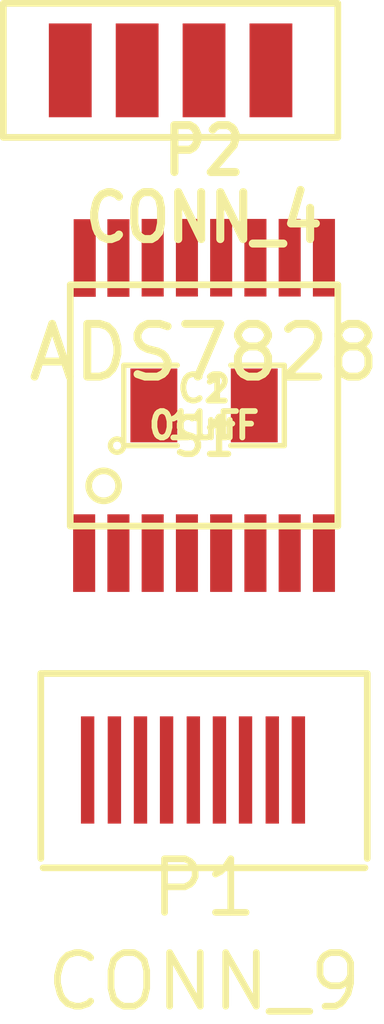
<source format=kicad_pcb>
(kicad_pcb (version 3) (host pcbnew "(2013-07-07 BZR 4022)-stable")

  (general
    (links 19)
    (no_connects 18)
    (area 0 0 0 0)
    (thickness 1.6)
    (drawings 0)
    (tracks 0)
    (zones 0)
    (modules 5)
    (nets 15)
  )

  (page A3)
  (layers
    (15 F.Cu signal)
    (0 B.Cu signal)
    (16 B.Adhes user)
    (17 F.Adhes user)
    (18 B.Paste user)
    (19 F.Paste user)
    (20 B.SilkS user)
    (21 F.SilkS user)
    (22 B.Mask user)
    (23 F.Mask user)
    (24 Dwgs.User user)
    (25 Cmts.User user)
    (26 Eco1.User user)
    (27 Eco2.User user)
    (28 Edge.Cuts user)
  )

  (setup
    (last_trace_width 0.254)
    (trace_clearance 0.254)
    (zone_clearance 0.508)
    (zone_45_only no)
    (trace_min 0.254)
    (segment_width 0.2)
    (edge_width 0.1)
    (via_size 0.889)
    (via_drill 0.635)
    (via_min_size 0.889)
    (via_min_drill 0.508)
    (uvia_size 0.508)
    (uvia_drill 0.127)
    (uvias_allowed no)
    (uvia_min_size 0.508)
    (uvia_min_drill 0.127)
    (pcb_text_width 0.3)
    (pcb_text_size 1.5 1.5)
    (mod_edge_width 0.15)
    (mod_text_size 1 1)
    (mod_text_width 0.15)
    (pad_size 1.5 1.5)
    (pad_drill 0.6)
    (pad_to_mask_clearance 0)
    (aux_axis_origin 0 0)
    (visible_elements FFFFFFBF)
    (pcbplotparams
      (layerselection 3178497)
      (usegerberextensions true)
      (excludeedgelayer true)
      (linewidth 0.150000)
      (plotframeref false)
      (viasonmask false)
      (mode 1)
      (useauxorigin false)
      (hpglpennumber 1)
      (hpglpenspeed 20)
      (hpglpendiameter 15)
      (hpglpenoverlay 2)
      (psnegative false)
      (psa4output false)
      (plotreference true)
      (plotvalue true)
      (plotothertext true)
      (plotinvisibletext false)
      (padsonsilk false)
      (subtractmaskfromsilk false)
      (outputformat 1)
      (mirror false)
      (drillshape 1)
      (scaleselection 1)
      (outputdirectory ""))
  )

  (net 0 "")
  (net 1 /SCL)
  (net 2 /SDA)
  (net 3 /com)
  (net 4 GND)
  (net 5 N-000001)
  (net 6 N-0000010)
  (net 7 N-0000014)
  (net 8 N-000002)
  (net 9 N-000004)
  (net 10 N-000006)
  (net 11 N-000007)
  (net 12 N-000008)
  (net 13 N-000009)
  (net 14 VDD)

  (net_class Default "This is the default net class."
    (clearance 0.254)
    (trace_width 0.254)
    (via_dia 0.889)
    (via_drill 0.635)
    (uvia_dia 0.508)
    (uvia_drill 0.127)
    (add_net "")
    (add_net /SCL)
    (add_net /SDA)
    (add_net /com)
    (add_net GND)
    (add_net N-000001)
    (add_net N-0000010)
    (add_net N-0000014)
    (add_net N-000002)
    (add_net N-000004)
    (add_net N-000006)
    (add_net N-000007)
    (add_net N-000008)
    (add_net N-000009)
    (add_net VDD)
  )

  (module CONN20_SMD (layer F.Cu) (tedit 537E3C19) (tstamp 537E3A85)
    (at 209.55 139.7)
    (path /537E38B9)
    (attr smd)
    (fp_text reference P1 (at 0 -1.016) (layer F.SilkS)
      (effects (font (size 1.016 1.016) (thickness 0.127)))
    )
    (fp_text value CONN_9 (at 0 0.762) (layer F.SilkS)
      (effects (font (size 1.016 1.016) (thickness 0.127)))
    )
    (fp_line (start -3.0988 -5.08) (end -3.0988 -1.5748) (layer F.SilkS) (width 0.127))
    (fp_line (start -3.0548 -1.397) (end 3.0548 -1.397) (layer F.SilkS) (width 0.127))
    (fp_line (start 3.0988 -1.5748) (end 3.0988 -5.08) (layer F.SilkS) (width 0.127))
    (fp_line (start -3.0548 -5.08) (end 3.0548 -5.08) (layer F.SilkS) (width 0.127))
    (pad 9 smd rect (at 1.7907 -3.2512) (size 0.254 2.032)
      (layers F.Cu F.Paste F.Mask)
      (net 3 /com)
    )
    (pad 1 smd rect (at -2.2098 -3.2512) (size 0.254 2.032)
      (layers F.Cu F.Paste F.Mask)
      (net 10 N-000006)
    )
    (pad 8 smd rect (at 1.2954 -3.2512) (size 0.254 2.032)
      (layers F.Cu F.Paste F.Mask)
      (net 8 N-000002)
    )
    (pad 7 smd rect (at 0.7874 -3.2512) (size 0.254 2.032)
      (layers F.Cu F.Paste F.Mask)
      (net 5 N-000001)
    )
    (pad 6 smd rect (at 0.2921 -3.2512) (size 0.254 2.032)
      (layers F.Cu F.Paste F.Mask)
      (net 9 N-000004)
    )
    (pad 5 smd rect (at -0.2032 -3.2512) (size 0.254 2.032)
      (layers F.Cu F.Paste F.Mask)
      (net 6 N-0000010)
    )
    (pad 4 smd rect (at -0.7112 -3.2512) (size 0.254 2.032)
      (layers F.Cu F.Paste F.Mask)
      (net 13 N-000009)
    )
    (pad 3 smd rect (at -1.2065 -3.2512) (size 0.254 2.032)
      (layers F.Cu F.Paste F.Mask)
      (net 12 N-000008)
    )
    (pad 2 smd rect (at -1.7018 -3.2512) (size 0.254 2.032)
      (layers F.Cu F.Paste F.Mask)
      (net 11 N-000007)
    )
    (model smd/conn20_smd.wrl
      (at (xyz 0 0 0))
      (scale (xyz 0.4 0.4 0.4))
      (rotate (xyz 0 0 0))
    )
  )

  (module CONN5_SMD (layer F.Cu) (tedit 537E3AE2) (tstamp 537E3A56)
    (at 209.55 123.19)
    (path /537E3727)
    (attr smd)
    (fp_text reference P2 (at 0 1.524) (layer F.SilkS)
      (effects (font (size 0.889 0.762) (thickness 0.1524)))
    )
    (fp_text value CONN_4 (at 0 2.794) (layer F.SilkS)
      (effects (font (size 0.889 0.762) (thickness 0.1524)))
    )
    (fp_line (start 2.54 -1.27) (end 2.54 1.27) (layer F.SilkS) (width 0.127))
    (fp_line (start 2.51 1.27) (end -3.81 1.27) (layer F.SilkS) (width 0.127))
    (fp_line (start -3.81 1.27) (end -3.81 -1.27) (layer F.SilkS) (width 0.127))
    (fp_line (start -3.81 1.27) (end -3.81 0.635) (layer F.SilkS) (width 0.127))
    (fp_line (start -3.81 -1.27) (end 2.51 -1.27) (layer F.SilkS) (width 0.127))
    (pad 3 smd rect (at 0 0) (size 0.8128 1.778)
      (layers F.Cu F.Paste F.Mask)
      (net 1 /SCL)
    )
    (pad 2 smd rect (at -1.27 0) (size 0.8128 1.778)
      (layers F.Cu F.Paste F.Mask)
      (net 4 GND)
    )
    (pad 1 smd rect (at -2.54 0) (size 0.8128 1.778)
      (layers F.Cu F.Paste F.Mask)
      (net 14 VDD)
    )
    (pad 4 smd rect (at 1.27 0) (size 0.8128 1.778)
      (layers F.Cu F.Paste F.Mask)
      (net 2 /SDA)
    )
    (model smd/conn5_smd.wrl
      (at (xyz 0 -0.14 0))
      (scale (xyz 0.4 0.4 0.4))
      (rotate (xyz 0 0 0))
    )
  )

  (module tssop-16 (layer F.Cu) (tedit 50BDFA4B) (tstamp 537E3A26)
    (at 209.55 129.54)
    (descr TSSOP-16)
    (path /537E3657)
    (attr smd)
    (fp_text reference S1 (at 0 0.59944) (layer F.SilkS)
      (effects (font (size 0.70104 0.59944) (thickness 0.11938)))
    )
    (fp_text value ADS7828 (at 0 -1.00076) (layer F.SilkS)
      (effects (font (size 1.00076 1.00076) (thickness 0.14986)))
    )
    (fp_circle (center -1.905 1.524) (end -2.032 1.778) (layer F.SilkS) (width 0.127))
    (fp_line (start 2.54 -2.286) (end -2.54 -2.286) (layer F.SilkS) (width 0.127))
    (fp_line (start -2.54 -2.286) (end -2.54 2.286) (layer F.SilkS) (width 0.127))
    (fp_line (start -2.54 2.286) (end 2.54 2.286) (layer F.SilkS) (width 0.127))
    (fp_line (start 2.54 2.286) (end 2.54 -2.286) (layer F.SilkS) (width 0.127))
    (pad 4 smd rect (at -0.32512 2.79908) (size 0.4191 1.47066)
      (layers F.Cu F.Paste F.Mask)
      (net 13 N-000009)
    )
    (pad 5 smd rect (at 0.32512 2.79908) (size 0.4191 1.47066)
      (layers F.Cu F.Paste F.Mask)
      (net 6 N-0000010)
    )
    (pad 6 smd rect (at 0.97536 2.79908) (size 0.4191 1.47066)
      (layers F.Cu F.Paste F.Mask)
      (net 9 N-000004)
    )
    (pad 7 smd rect (at 1.6256 2.79908) (size 0.4191 1.47066)
      (layers F.Cu F.Paste F.Mask)
      (net 5 N-000001)
    )
    (pad 16 smd rect (at -2.26568 -2.794) (size 0.4191 1.47066)
      (layers F.Cu F.Paste F.Mask)
      (net 14 VDD)
    )
    (pad 1 smd rect (at -2.27584 2.79908) (size 0.4191 1.47066)
      (layers F.Cu F.Paste F.Mask)
      (net 10 N-000006)
    )
    (pad 2 smd rect (at -1.6256 2.79908) (size 0.4191 1.47066)
      (layers F.Cu F.Paste F.Mask)
      (net 11 N-000007)
    )
    (pad 3 smd rect (at -0.97536 2.79908) (size 0.4191 1.47066)
      (layers F.Cu F.Paste F.Mask)
      (net 12 N-000008)
    )
    (pad 9 smd rect (at 2.27584 -2.79908) (size 0.4191 1.47066)
      (layers F.Cu F.Paste F.Mask)
      (net 4 GND)
    )
    (pad 10 smd rect (at 1.6256 -2.79908) (size 0.4191 1.47066)
      (layers F.Cu F.Paste F.Mask)
      (net 7 N-0000014)
    )
    (pad 11 smd rect (at 0.97536 -2.79908) (size 0.4191 1.47066)
      (layers F.Cu F.Paste F.Mask)
      (net 3 /com)
    )
    (pad 12 smd rect (at 0.32512 -2.79908) (size 0.4191 1.47066)
      (layers F.Cu F.Paste F.Mask)
      (net 4 GND)
    )
    (pad 13 smd rect (at -0.32512 -2.79908) (size 0.4191 1.47066)
      (layers F.Cu F.Paste F.Mask)
      (net 4 GND)
    )
    (pad 14 smd rect (at -0.97536 -2.79908) (size 0.4191 1.47066)
      (layers F.Cu F.Paste F.Mask)
      (net 1 /SCL)
    )
    (pad 8 smd rect (at 2.27584 2.79908) (size 0.4191 1.47066)
      (layers F.Cu F.Paste F.Mask)
      (net 8 N-000002)
    )
    (pad 15 smd rect (at -1.6256 -2.794) (size 0.4191 1.47066)
      (layers F.Cu F.Paste F.Mask)
      (net 2 /SDA)
    )
    (model smd/smd_dil/tssop-16.wrl
      (at (xyz 0 0 0))
      (scale (xyz 1 1 1))
      (rotate (xyz 0 0 0))
    )
  )

  (module SM0805 (layer F.Cu) (tedit 5091495C) (tstamp 537E3A33)
    (at 209.55 129.54)
    (path /537E3666)
    (attr smd)
    (fp_text reference C2 (at 0 -0.3175) (layer F.SilkS)
      (effects (font (size 0.50038 0.50038) (thickness 0.10922)))
    )
    (fp_text value 0.1uF (at 0 0.381) (layer F.SilkS)
      (effects (font (size 0.50038 0.50038) (thickness 0.10922)))
    )
    (fp_circle (center -1.651 0.762) (end -1.651 0.635) (layer F.SilkS) (width 0.09906))
    (fp_line (start -0.508 0.762) (end -1.524 0.762) (layer F.SilkS) (width 0.09906))
    (fp_line (start -1.524 0.762) (end -1.524 -0.762) (layer F.SilkS) (width 0.09906))
    (fp_line (start -1.524 -0.762) (end -0.508 -0.762) (layer F.SilkS) (width 0.09906))
    (fp_line (start 0.508 -0.762) (end 1.524 -0.762) (layer F.SilkS) (width 0.09906))
    (fp_line (start 1.524 -0.762) (end 1.524 0.762) (layer F.SilkS) (width 0.09906))
    (fp_line (start 1.524 0.762) (end 0.508 0.762) (layer F.SilkS) (width 0.09906))
    (pad 1 smd rect (at -0.9525 0) (size 0.889 1.397)
      (layers F.Cu F.Paste F.Mask)
      (net 7 N-0000014)
    )
    (pad 2 smd rect (at 0.9525 0) (size 0.889 1.397)
      (layers F.Cu F.Paste F.Mask)
      (net 4 GND)
    )
    (model smd/chip_cms.wrl
      (at (xyz 0 0 0))
      (scale (xyz 0.1 0.1 0.1))
      (rotate (xyz 0 0 0))
    )
  )

  (module SM0805 (layer F.Cu) (tedit 5091495C) (tstamp 537E3A40)
    (at 209.55 129.54)
    (path /537E367A)
    (attr smd)
    (fp_text reference C1 (at 0 -0.3175) (layer F.SilkS)
      (effects (font (size 0.50038 0.50038) (thickness 0.10922)))
    )
    (fp_text value 1uF (at 0 0.381) (layer F.SilkS)
      (effects (font (size 0.50038 0.50038) (thickness 0.10922)))
    )
    (fp_circle (center -1.651 0.762) (end -1.651 0.635) (layer F.SilkS) (width 0.09906))
    (fp_line (start -0.508 0.762) (end -1.524 0.762) (layer F.SilkS) (width 0.09906))
    (fp_line (start -1.524 0.762) (end -1.524 -0.762) (layer F.SilkS) (width 0.09906))
    (fp_line (start -1.524 -0.762) (end -0.508 -0.762) (layer F.SilkS) (width 0.09906))
    (fp_line (start 0.508 -0.762) (end 1.524 -0.762) (layer F.SilkS) (width 0.09906))
    (fp_line (start 1.524 -0.762) (end 1.524 0.762) (layer F.SilkS) (width 0.09906))
    (fp_line (start 1.524 0.762) (end 0.508 0.762) (layer F.SilkS) (width 0.09906))
    (pad 1 smd rect (at -0.9525 0) (size 0.889 1.397)
      (layers F.Cu F.Paste F.Mask)
      (net 14 VDD)
    )
    (pad 2 smd rect (at 0.9525 0) (size 0.889 1.397)
      (layers F.Cu F.Paste F.Mask)
      (net 4 GND)
    )
    (model smd/chip_cms.wrl
      (at (xyz 0 0 0))
      (scale (xyz 0.1 0.1 0.1))
      (rotate (xyz 0 0 0))
    )
  )

)

</source>
